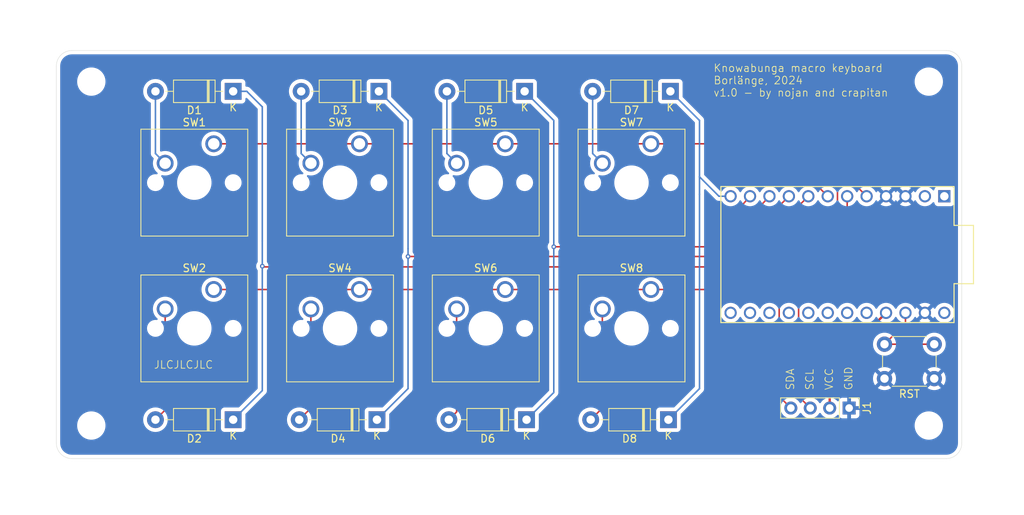
<source format=kicad_pcb>
(kicad_pcb (version 20240108) (generator "pcbnew") (generator_version "8.0")
  (layers (0 "F.Cu" signal) (31 "B.Cu" signal) (34 "B.Paste" user) (35 "F.Paste" user) (36 "B.SilkS" user "B.Silkscreen") (37 "F.SilkS" user "F.Silkscreen") (38 "B.Mask" user) (39 "F.Mask" user) (44 "Edge.Cuts" user))
  (net 0 "")
  (net 1 "Net-(D1-A)")
  (net 2 "R0")
  (net 3 "Net-(D2-A)")
  (net 4 "Net-(D3-A)")
  (net 5 "R1")
  (net 6 "Net-(D4-A)")
  (net 7 "R2")
  (net 8 "Net-(D5-A)")
  (net 9 "Net-(D6-A)")
  (net 10 "Net-(D7-A)")
  (net 11 "R3")
  (net 12 "Net-(D8-A)")
  (net 13 "C0")
  (net 14 "C1")
  (net 15 "GND")
  (net 27 "VCC")
  (net 28 "SCL")
  (net 29 "SDA")
  (net 30 "RST")
  (footprint "Button_Switch_Keyboard:SW_Cherry_MX_1.00u_PCB" (layer "F.Cu") (at 80.518 55.118)
    (property "Reference" "SW1" (at -2.54 -2.794 0) (layer "F.SilkS"))
    (property "Value" "SW_Push_45deg")
    (fp_line (start -9.525 -1.905) (end 4.445 -1.905) (stroke (width 0.12)) (layer "F.SilkS"))
    (fp_line (start -9.525 12.065) (end -9.525 -1.905) (stroke (width 0.12)) (layer "F.SilkS"))
    (fp_line (start 4.445 -1.905) (end 4.445 12.065) (stroke (width 0.12)) (layer "F.SilkS"))
    (fp_line (start 4.445 12.065) (end -9.525 12.065) (stroke (width 0.12)) (layer "F.SilkS"))
    (pad "" np_thru_hole circle (at -7.62 5.08) (size 1.7 1.7) (drill 1.7) (layers "*.Cu" "*.Mask"))
    (pad "" np_thru_hole circle (at -2.54 5.08) (size 4 4) (drill 4) (layers "*.Cu" "*.Mask"))
    (pad "" np_thru_hole circle (at 2.54 5.08) (size 1.7 1.7) (drill 1.7) (layers "*.Cu" "*.Mask"))
    (pad "1" thru_hole circle (at 0 0) (size 2.2 2.2) (drill 1.5) (layers "*.Cu" "*.Mask") (net 13 "C0"))
    (pad "2" thru_hole circle (at -6.35 2.54) (size 2.2 2.2) (drill 1.5) (layers "*.Cu" "*.Mask") (net 1 "Net-(D1-A)"))
  )
  (footprint "Diode_THT:D_DO-41_SOD81_P10.16mm_Horizontal" (layer "F.Cu") (at 121.158 48.26 180)
    (property "Reference" "D5" (at 5.08 -2.47 360) (layer "F.SilkS"))
    (property "Value" "1N4001")
    (fp_line (start 8.82 0) (end 7.8 0) (stroke (width 0.12)) (layer "F.SilkS"))
    (fp_line (start 7.8 1.47) (end 7.8 -1.47) (stroke (width 0.12)) (layer "F.SilkS"))
    (fp_line (start 7.8 -1.47) (end 2.36 -1.47) (stroke (width 0.12)) (layer "F.SilkS"))
    (fp_line (start 3.38 -1.47) (end 3.38 1.47) (stroke (width 0.12)) (layer "F.SilkS"))
    (fp_line (start 3.26 -1.47) (end 3.26 1.47) (stroke (width 0.12)) (layer "F.SilkS"))
    (fp_line (start 3.14 -1.47) (end 3.14 1.47) (stroke (width 0.12)) (layer "F.SilkS"))
    (fp_line (start 2.36 1.47) (end 7.8 1.47) (stroke (width 0.12)) (layer "F.SilkS"))
    (fp_line (start 2.36 -1.47) (end 2.36 1.47) (stroke (width 0.12)) (layer "F.SilkS"))
    (fp_line (start 1.34 0) (end 2.36 0) (stroke (width 0.12)) (layer "F.SilkS"))
    (fp_text user "K" (at 0 -2.1 360) (layer "F.SilkS"))
    (pad "1" thru_hole rect (at 0 0 180) (size 2.2 2.2) (drill 1.1) (layers "*.Cu" "*.Mask") (net 7 "R2"))
    (pad "2" thru_hole oval (at 10.16 0 180) (size 2.2 2.2) (drill 1.1) (layers "*.Cu" "*.Mask") (net 8 "Net-(D5-A)"))
  )
  (footprint "Diode_THT:D_DO-41_SOD81_P10.16mm_Horizontal" (layer "F.Cu") (at 83.058 48.26 180)
    (property "Reference" "D1" (at 5.08 -2.47 360) (layer "F.SilkS"))
    (property "Value" "1N4001")
    (fp_line (start 8.82 0) (end 7.8 0) (stroke (width 0.12)) (layer "F.SilkS"))
    (fp_line (start 7.8 1.47) (end 7.8 -1.47) (stroke (width 0.12)) (layer "F.SilkS"))
    (fp_line (start 7.8 -1.47) (end 2.36 -1.47) (stroke (width 0.12)) (layer "F.SilkS"))
    (fp_line (start 3.38 -1.47) (end 3.38 1.47) (stroke (width 0.12)) (layer "F.SilkS"))
    (fp_line (start 3.26 -1.47) (end 3.26 1.47) (stroke (width 0.12)) (layer "F.SilkS"))
    (fp_line (start 3.14 -1.47) (end 3.14 1.47) (stroke (width 0.12)) (layer "F.SilkS"))
    (fp_line (start 2.36 1.47) (end 7.8 1.47) (stroke (width 0.12)) (layer "F.SilkS"))
    (fp_line (start 2.36 -1.47) (end 2.36 1.47) (stroke (width 0.12)) (layer "F.SilkS"))
    (fp_line (start 1.34 0) (end 2.36 0) (stroke (width 0.12)) (layer "F.SilkS"))
    (fp_text user "K" (at 0 -2.1 360) (layer "F.SilkS"))
    (pad "1" thru_hole rect (at 0 0 180) (size 2.2 2.2) (drill 1.1) (layers "*.Cu" "*.Mask") (net 2 "R0"))
    (pad "2" thru_hole oval (at 10.16 0 180) (size 2.2 2.2) (drill 1.1) (layers "*.Cu" "*.Mask") (net 1 "Net-(D1-A)"))
  )
  (footprint "Diode_THT:D_DO-41_SOD81_P10.16mm_Horizontal" (layer "F.Cu") (at 140.208 48.26 180)
    (property "Reference" "D7" (at 5.08 -2.47 360) (layer "F.SilkS"))
    (property "Value" "1N4001")
    (fp_line (start 8.82 0) (end 7.8 0) (stroke (width 0.12)) (layer "F.SilkS"))
    (fp_line (start 7.8 1.47) (end 7.8 -1.47) (stroke (width 0.12)) (layer "F.SilkS"))
    (fp_line (start 7.8 -1.47) (end 2.36 -1.47) (stroke (width 0.12)) (layer "F.SilkS"))
    (fp_line (start 3.38 -1.47) (end 3.38 1.47) (stroke (width 0.12)) (layer "F.SilkS"))
    (fp_line (start 3.26 -1.47) (end 3.26 1.47) (stroke (width 0.12)) (layer "F.SilkS"))
    (fp_line (start 3.14 -1.47) (end 3.14 1.47) (stroke (width 0.12)) (layer "F.SilkS"))
    (fp_line (start 2.36 1.47) (end 7.8 1.47) (stroke (width 0.12)) (layer "F.SilkS"))
    (fp_line (start 2.36 -1.47) (end 2.36 1.47) (stroke (width 0.12)) (layer "F.SilkS"))
    (fp_line (start 1.34 0) (end 2.36 0) (stroke (width 0.12)) (layer "F.SilkS"))
    (fp_text user "K" (at 0 -2.1 360) (layer "F.SilkS"))
    (pad "1" thru_hole rect (at 0 0 180) (size 2.2 2.2) (drill 1.1) (layers "*.Cu" "*.Mask") (net 11 "R3"))
    (pad "2" thru_hole oval (at 10.16 0 180) (size 2.2 2.2) (drill 1.1) (layers "*.Cu" "*.Mask") (net 10 "Net-(D7-A)"))
  )
  (footprint "Button_Switch_Keyboard:SW_Cherry_MX_1.00u_PCB" (layer "F.Cu") (at 118.618 55.118)
    (property "Reference" "SW5" (at -2.54 -2.794 0) (layer "F.SilkS"))
    (property "Value" "SW_Push_45deg")
    (fp_line (start -9.525 -1.905) (end 4.445 -1.905) (stroke (width 0.12)) (layer "F.SilkS"))
    (fp_line (start -9.525 12.065) (end -9.525 -1.905) (stroke (width 0.12)) (layer "F.SilkS"))
    (fp_line (start 4.445 -1.905) (end 4.445 12.065) (stroke (width 0.12)) (layer "F.SilkS"))
    (fp_line (start 4.445 12.065) (end -9.525 12.065) (stroke (width 0.12)) (layer "F.SilkS"))
    (pad "" np_thru_hole circle (at -7.62 5.08) (size 1.7 1.7) (drill 1.7) (layers "*.Cu" "*.Mask"))
    (pad "" np_thru_hole circle (at -2.54 5.08) (size 4 4) (drill 4) (layers "*.Cu" "*.Mask"))
    (pad "" np_thru_hole circle (at 2.54 5.08) (size 1.7 1.7) (drill 1.7) (layers "*.Cu" "*.Mask"))
    (pad "1" thru_hole circle (at 0 0) (size 2.2 2.2) (drill 1.5) (layers "*.Cu" "*.Mask") (net 13 "C0"))
    (pad "2" thru_hole circle (at -6.35 2.54) (size 2.2 2.2) (drill 1.5) (layers "*.Cu" "*.Mask") (net 8 "Net-(D5-A)"))
  )
  (footprint "Diode_THT:D_DO-41_SOD81_P10.16mm_Horizontal" (layer "F.Cu") (at 101.854 91.186 180)
    (property "Reference" "D4" (at 5.08 -2.47 360) (layer "F.SilkS"))
    (property "Value" "1N4001")
    (fp_line (start 8.82 0) (end 7.8 0) (stroke (width 0.12)) (layer "F.SilkS"))
    (fp_line (start 7.8 1.47) (end 7.8 -1.47) (stroke (width 0.12)) (layer "F.SilkS"))
    (fp_line (start 7.8 -1.47) (end 2.36 -1.47) (stroke (width 0.12)) (layer "F.SilkS"))
    (fp_line (start 3.38 -1.47) (end 3.38 1.47) (stroke (width 0.12)) (layer "F.SilkS"))
    (fp_line (start 3.26 -1.47) (end 3.26 1.47) (stroke (width 0.12)) (layer "F.SilkS"))
    (fp_line (start 3.14 -1.47) (end 3.14 1.47) (stroke (width 0.12)) (layer "F.SilkS"))
    (fp_line (start 2.36 1.47) (end 7.8 1.47) (stroke (width 0.12)) (layer "F.SilkS"))
    (fp_line (start 2.36 -1.47) (end 2.36 1.47) (stroke (width 0.12)) (layer "F.SilkS"))
    (fp_line (start 1.34 0) (end 2.36 0) (stroke (width 0.12)) (layer "F.SilkS"))
    (fp_text user "K" (at 0 -2.1 360) (layer "F.SilkS"))
    (pad "1" thru_hole rect (at 0 0 180) (size 2.2 2.2) (drill 1.1) (layers "*.Cu" "*.Mask") (net 5 "R1"))
    (pad "2" thru_hole oval (at 10.16 0 180) (size 2.2 2.2) (drill 1.1) (layers "*.Cu" "*.Mask") (net 6 "Net-(D4-A)"))
  )
  (footprint "Button_Switch_Keyboard:SW_Cherry_MX_1.00u_PCB" (layer "F.Cu") (at 137.668 74.168)
    (property "Reference" "SW8" (at -2.54 -2.794 0) (layer "F.SilkS"))
    (property "Value" "SW_Push_45deg")
    (fp_line (start -9.525 -1.905) (end 4.445 -1.905) (stroke (width 0.12)) (layer "F.SilkS"))
    (fp_line (start -9.525 12.065) (end -9.525 -1.905) (stroke (width 0.12)) (layer "F.SilkS"))
    (fp_line (start 4.445 -1.905) (end 4.445 12.065) (stroke (width 0.12)) (layer "F.SilkS"))
    (fp_line (start 4.445 12.065) (end -9.525 12.065) (stroke (width 0.12)) (layer "F.SilkS"))
    (pad "" np_thru_hole circle (at -7.62 5.08) (size 1.7 1.7) (drill 1.7) (layers "*.Cu" "*.Mask"))
    (pad "" np_thru_hole circle (at -2.54 5.08) (size 4 4) (drill 4) (layers "*.Cu" "*.Mask"))
    (pad "" np_thru_hole circle (at 2.54 5.08) (size 1.7 1.7) (drill 1.7) (layers "*.Cu" "*.Mask"))
    (pad "1" thru_hole circle (at 0 0) (size 2.2 2.2) (drill 1.5) (layers "*.Cu" "*.Mask") (net 14 "C1"))
    (pad "2" thru_hole circle (at -6.35 2.54) (size 2.2 2.2) (drill 1.5) (layers "*.Cu" "*.Mask") (net 12 "Net-(D8-A)"))
  )
  (footprint "Button_Switch_Keyboard:SW_Cherry_MX_1.00u_PCB" (layer "F.Cu") (at 118.618 74.168)
    (property "Reference" "SW6" (at -2.54 -2.794 0) (layer "F.SilkS"))
    (property "Value" "SW_Push_45deg")
    (fp_line (start -9.525 -1.905) (end 4.445 -1.905) (stroke (width 0.12)) (layer "F.SilkS"))
    (fp_line (start -9.525 12.065) (end -9.525 -1.905) (stroke (width 0.12)) (layer "F.SilkS"))
    (fp_line (start 4.445 -1.905) (end 4.445 12.065) (stroke (width 0.12)) (layer "F.SilkS"))
    (fp_line (start 4.445 12.065) (end -9.525 12.065) (stroke (width 0.12)) (layer "F.SilkS"))
    (pad "" np_thru_hole circle (at -7.62 5.08) (size 1.7 1.7) (drill 1.7) (layers "*.Cu" "*.Mask"))
    (pad "" np_thru_hole circle (at -2.54 5.08) (size 4 4) (drill 4) (layers "*.Cu" "*.Mask"))
    (pad "" np_thru_hole circle (at 2.54 5.08) (size 1.7 1.7) (drill 1.7) (layers "*.Cu" "*.Mask"))
    (pad "1" thru_hole circle (at 0 0) (size 2.2 2.2) (drill 1.5) (layers "*.Cu" "*.Mask") (net 14 "C1"))
    (pad "2" thru_hole circle (at -6.35 2.54) (size 2.2 2.2) (drill 1.5) (layers "*.Cu" "*.Mask") (net 9 "Net-(D6-A)"))
  )
  (footprint "Button_Switch_Keyboard:SW_Cherry_MX_1.00u_PCB" (layer "F.Cu") (at 99.568 55.118)
    (property "Reference" "SW3" (at -2.54 -2.794 0) (layer "F.SilkS"))
    (property "Value" "SW_Push_45deg")
    (fp_line (start -9.525 -1.905) (end 4.445 -1.905) (stroke (width 0.12)) (layer "F.SilkS"))
    (fp_line (start -9.525 12.065) (end -9.525 -1.905) (stroke (width 0.12)) (layer "F.SilkS"))
    (fp_line (start 4.445 -1.905) (end 4.445 12.065) (stroke (width 0.12)) (layer "F.SilkS"))
    (fp_line (start 4.445 12.065) (end -9.525 12.065) (stroke (width 0.12)) (layer "F.SilkS"))
    (pad "" np_thru_hole circle (at -7.62 5.08) (size 1.7 1.7) (drill 1.7) (layers "*.Cu" "*.Mask"))
    (pad "" np_thru_hole circle (at -2.54 5.08) (size 4 4) (drill 4) (layers "*.Cu" "*.Mask"))
    (pad "" np_thru_hole circle (at 2.54 5.08) (size 1.7 1.7) (drill 1.7) (layers "*.Cu" "*.Mask"))
    (pad "1" thru_hole circle (at 0 0) (size 2.2 2.2) (drill 1.5) (layers "*.Cu" "*.Mask") (net 13 "C0"))
    (pad "2" thru_hole circle (at -6.35 2.54) (size 2.2 2.2) (drill 1.5) (layers "*.Cu" "*.Mask") (net 4 "Net-(D3-A)"))
  )
  (footprint "Connector_PinHeader_2.54mm:PinHeader_1x04_P2.54mm_Vertical" (layer "F.Cu") (at 163.576 89.662 -90)
    (property "Reference" "J1" (at 0 -2.33 90) (layer "F.SilkS"))
    (property "Value" "Conn_01x04_Pin")
    (fp_line (start -1.33 8.95) (end 1.33 8.95) (stroke (width 0.12)) (layer "F.SilkS"))
    (fp_line (start -1.33 1.27) (end -1.33 8.95) (stroke (width 0.12)) (layer "F.SilkS"))
    (fp_line (start -1.33 1.27) (end 1.33 1.27) (stroke (width 0.12)) (layer "F.SilkS"))
    (fp_line (start 1.33 1.27) (end 1.33 8.95) (stroke (width 0.12)) (layer "F.SilkS"))
    (fp_line (start -1.33 0) (end -1.33 -1.33) (stroke (width 0.12)) (layer "F.SilkS"))
    (fp_line (start -1.33 -1.33) (end 0 -1.33) (stroke (width 0.12)) (layer "F.SilkS"))
    (pad "1" thru_hole rect (at 0 0 270) (size 1.7 1.7) (drill 1) (layers "*.Cu" "*.Mask") (net 15 "GND"))
    (pad "2" thru_hole oval (at 0 2.54 270) (size 1.7 1.7) (drill 1) (layers "*.Cu" "*.Mask") (net 27 "VCC"))
    (pad "3" thru_hole oval (at 0 5.08 270) (size 1.7 1.7) (drill 1) (layers "*.Cu" "*.Mask") (net 28 "SCL"))
    (pad "4" thru_hole oval (at 0 7.62 270) (size 1.7 1.7) (drill 1) (layers "*.Cu" "*.Mask") (net 29 "SDA"))
  )
  (footprint "Diode_THT:D_DO-41_SOD81_P10.16mm_Horizontal" (layer "F.Cu") (at 102.108 48.26 180)
    (property "Reference" "D3" (at 5.08 -2.47 360) (layer "F.SilkS"))
    (property "Value" "1N4001")
    (fp_line (start 8.82 0) (end 7.8 0) (stroke (width 0.12)) (layer "F.SilkS"))
    (fp_line (start 7.8 1.47) (end 7.8 -1.47) (stroke (width 0.12)) (layer "F.SilkS"))
    (fp_line (start 7.8 -1.47) (end 2.36 -1.47) (stroke (width 0.12)) (layer "F.SilkS"))
    (fp_line (start 3.38 -1.47) (end 3.38 1.47) (stroke (width 0.12)) (layer "F.SilkS"))
    (fp_line (start 3.26 -1.47) (end 3.26 1.47) (stroke (width 0.12)) (layer "F.SilkS"))
    (fp_line (start 3.14 -1.47) (end 3.14 1.47) (stroke (width 0.12)) (layer "F.SilkS"))
    (fp_line (start 2.36 1.47) (end 7.8 1.47) (stroke (width 0.12)) (layer "F.SilkS"))
    (fp_line (start 2.36 -1.47) (end 2.36 1.47) (stroke (width 0.12)) (layer "F.SilkS"))
    (fp_line (start 1.34 0) (end 2.36 0) (stroke (width 0.12)) (layer "F.SilkS"))
    (fp_text user "K" (at 0 -2.1 360) (layer "F.SilkS"))
    (pad "1" thru_hole rect (at 0 0 180) (size 2.2 2.2) (drill 1.1) (layers "*.Cu" "*.Mask") (net 5 "R1"))
    (pad "2" thru_hole oval (at 10.16 0 180) (size 2.2 2.2) (drill 1.1) (layers "*.Cu" "*.Mask") (net 4 "Net-(D3-A)"))
  )
  (footprint "Button_Switch_THT:SW_PUSH_6mm" (layer "F.Cu") (at 174.7 85.816 180)
    (property "Reference" "RST" (at 3.25 -2 0) (layer "F.SilkS"))
    (property "Value" "SW_Push")
    (fp_line (start 6.75 3) (end 6.75 1.5) (stroke (width 0.12)) (layer "F.SilkS"))
    (fp_line (start 5.5 -1) (end 1 -1) (stroke (width 0.12)) (layer "F.SilkS"))
    (fp_line (start 1 5.5) (end 5.5 5.5) (stroke (width 0.12)) (layer "F.SilkS"))
    (fp_line (start -0.25 1.5) (end -0.25 3) (stroke (width 0.12)) (layer "F.SilkS"))
    (pad "1" thru_hole circle (at 0 0 270) (size 2 2) (drill 1.1) (layers "*.Cu" "*.Mask") (net 15 "GND"))
    (pad "1" thru_hole circle (at 6.5 0 270) (size 2 2) (drill 1.1) (layers "*.Cu" "*.Mask") (net 15 "GND"))
    (pad "2" thru_hole circle (at 0 4.5 270) (size 2 2) (drill 1.1) (layers "*.Cu" "*.Mask") (net 30 "RST"))
    (pad "2" thru_hole circle (at 6.5 4.5 270) (size 2 2) (drill 1.1) (layers "*.Cu" "*.Mask") (net 30 "RST"))
  )
  (footprint "Diode_THT:D_DO-41_SOD81_P10.16mm_Horizontal" (layer "F.Cu") (at 83.058 91.186 180)
    (property "Reference" "D2" (at 5.08 -2.47 360) (layer "F.SilkS"))
    (property "Value" "1N4001")
    (fp_line (start 8.82 0) (end 7.8 0) (stroke (width 0.12)) (layer "F.SilkS"))
    (fp_line (start 7.8 1.47) (end 7.8 -1.47) (stroke (width 0.12)) (layer "F.SilkS"))
    (fp_line (start 7.8 -1.47) (end 2.36 -1.47) (stroke (width 0.12)) (layer "F.SilkS"))
    (fp_line (start 3.38 -1.47) (end 3.38 1.47) (stroke (width 0.12)) (layer "F.SilkS"))
    (fp_line (start 3.26 -1.47) (end 3.26 1.47) (stroke (width 0.12)) (layer "F.SilkS"))
    (fp_line (start 3.14 -1.47) (end 3.14 1.47) (stroke (width 0.12)) (layer "F.SilkS"))
    (fp_line (start 2.36 1.47) (end 7.8 1.47) (stroke (width 0.12)) (layer "F.SilkS"))
    (fp_line (start 2.36 -1.47) (end 2.36 1.47) (stroke (width 0.12)) (layer "F.SilkS"))
    (fp_line (start 1.34 0) (end 2.36 0) (stroke (width 0.12)) (layer "F.SilkS"))
    (fp_text user "K" (at 0 -2.1 360) (layer "F.SilkS"))
    (pad "1" thru_hole rect (at 0 0 180) (size 2.2 2.2) (drill 1.1) (layers "*.Cu" "*.Mask") (net 2 "R0"))
    (pad "2" thru_hole oval (at 10.16 0 180) (size 2.2 2.2) (drill 1.1) (layers "*.Cu" "*.Mask") (net 3 "Net-(D2-A)"))
  )
  (footprint "Diode_THT:D_DO-41_SOD81_P10.16mm_Horizontal" (layer "F.Cu") (at 121.412 91.186 180)
    (property "Reference" "D6" (at 5.08 -2.47 360) (layer "F.SilkS"))
    (property "Value" "1N4001")
    (fp_line (start 8.82 0) (end 7.8 0) (stroke (width 0.12)) (layer "F.SilkS"))
    (fp_line (start 7.8 1.47) (end 7.8 -1.47) (stroke (width 0.12)) (layer "F.SilkS"))
    (fp_line (start 7.8 -1.47) (end 2.36 -1.47) (stroke (width 0.12)) (layer "F.SilkS"))
    (fp_line (start 3.38 -1.47) (end 3.38 1.47) (stroke (width 0.12)) (layer "F.SilkS"))
    (fp_line (start 3.26 -1.47) (end 3.26 1.47) (stroke (width 0.12)) (layer "F.SilkS"))
    (fp_line (start 3.14 -1.47) (end 3.14 1.47) (stroke (width 0.12)) (layer "F.SilkS"))
    (fp_line (start 2.36 1.47) (end 7.8 1.47) (stroke (width 0.12)) (layer "F.SilkS"))
    (fp_line (start 2.36 -1.47) (end 2.36 1.47) (stroke (width 0.12)) (layer "F.SilkS"))
    (fp_line (start 1.34 0) (end 2.36 0) (stroke (width 0.12)) (layer "F.SilkS"))
    (fp_text user "K" (at 0 -2.1 360) (layer "F.SilkS"))
    (pad "1" thru_hole rect (at 0 0 180) (size 2.2 2.2) (drill 1.1) (layers "*.Cu" "*.Mask") (net 7 "R2"))
    (pad "2" thru_hole oval (at 10.16 0 180) (size 2.2 2.2) (drill 1.1) (layers "*.Cu" "*.Mask") (net 9 "Net-(D6-A)"))
  )
  (footprint "Button_Switch_Keyboard:SW_Cherry_MX_1.00u_PCB" (layer "F.Cu") (at 99.568 74.168)
    (property "Reference" "SW4" (at -2.54 -2.794 0) (layer "F.SilkS"))
    (property "Value" "SW_Push_45deg")
    (fp_line (start -9.525 -1.905) (end 4.445 -1.905) (stroke (width 0.12)) (layer "F.SilkS"))
    (fp_line (start -9.525 12.065) (end -9.525 -1.905) (stroke (width 0.12)) (layer "F.SilkS"))
    (fp_line (start 4.445 -1.905) (end 4.445 12.065) (stroke (width 0.12)) (layer "F.SilkS"))
    (fp_line (start 4.445 12.065) (end -9.525 12.065) (stroke (width 0.12)) (layer "F.SilkS"))
    (pad "" np_thru_hole circle (at -7.62 5.08) (size 1.7 1.7) (drill 1.7) (layers "*.Cu" "*.Mask"))
    (pad "" np_thru_hole circle (at -2.54 5.08) (size 4 4) (drill 4) (layers "*.Cu" "*.Mask"))
    (pad "" np_thru_hole circle (at 2.54 5.08) (size 1.7 1.7) (drill 1.7) (layers "*.Cu" "*.Mask"))
    (pad "1" thru_hole circle (at 0 0) (size 2.2 2.2) (drill 1.5) (layers "*.Cu" "*.Mask") (net 14 "C1"))
    (pad "2" thru_hole circle (at -6.35 2.54) (size 2.2 2.2) (drill 1.5) (layers "*.Cu" "*.Mask") (net 6 "Net-(D4-A)"))
  )
  (footprint "Button_Switch_Keyboard:SW_Cherry_MX_1.00u_PCB" (layer "F.Cu") (at 137.668 55.118)
    (property "Reference" "SW7" (at -2.54 -2.794 0) (layer "F.SilkS"))
    (property "Value" "SW_Push_45deg")
    (fp_line (start -9.525 -1.905) (end 4.445 -1.905) (stroke (width 0.12)) (layer "F.SilkS"))
    (fp_line (start -9.525 12.065) (end -9.525 -1.905) (stroke (width 0.12)) (layer "F.SilkS"))
    (fp_line (start 4.445 -1.905) (end 4.445 12.065) (stroke (width 0.12)) (layer "F.SilkS"))
    (fp_line (start 4.445 12.065) (end -9.525 12.065) (stroke (width 0.12)) (layer "F.SilkS"))
    (pad "" np_thru_hole circle (at -7.62 5.08) (size 1.7 1.7) (drill 1.7) (layers "*.Cu" "*.Mask"))
    (pad "" np_thru_hole circle (at -2.54 5.08) (size 4 4) (drill 4) (layers "*.Cu" "*.Mask"))
    (pad "" np_thru_hole circle (at 2.54 5.08) (size 1.7 1.7) (drill 1.7) (layers "*.Cu" "*.Mask"))
    (pad "1" thru_hole circle (at 0 0) (size 2.2 2.2) (drill 1.5) (layers "*.Cu" "*.Mask") (net 13 "C0"))
    (pad "2" thru_hole circle (at -6.35 2.54) (size 2.2 2.2) (drill 1.5) (layers "*.Cu" "*.Mask") (net 10 "Net-(D7-A)"))
  )
  (footprint "Button_Switch_Keyboard:SW_Cherry_MX_1.00u_PCB" (layer "F.Cu") (at 80.518 74.168)
    (property "Reference" "SW2" (at -2.54 -2.794 0) (layer "F.SilkS"))
    (property "Value" "SW_Push_45deg")
    (fp_line (start -9.525 -1.905) (end 4.445 -1.905) (stroke (width 0.12)) (layer "F.SilkS"))
    (fp_line (start -9.525 12.065) (end -9.525 -1.905) (stroke (width 0.12)) (layer "F.SilkS"))
    (fp_line (start 4.445 -1.905) (end 4.445 12.065) (stroke (width 0.12)) (layer "F.SilkS"))
    (fp_line (start 4.445 12.065) (end -9.525 12.065) (stroke (width 0.12)) (layer "F.SilkS"))
    (pad "" np_thru_hole circle (at -7.62 5.08) (size 1.7 1.7) (drill 1.7) (layers "*.Cu" "*.Mask"))
    (pad "" np_thru_hole circle (at -2.54 5.08) (size 4 4) (drill 4) (layers "*.Cu" "*.Mask"))
    (pad "" np_thru_hole circle (at 2.54 5.08) (size 1.7 1.7) (drill 1.7) (layers "*.Cu" "*.Mask"))
    (pad "1" thru_hole circle (at 0 0) (size 2.2 2.2) (drill 1.5) (layers "*.Cu" "*.Mask") (net 14 "C1"))
    (pad "2" thru_hole circle (at -6.35 2.54) (size 2.2 2.2) (drill 1.5) (layers "*.Cu" "*.Mask") (net 3 "Net-(D2-A)"))
  )
  (footprint "promicro:ProMicro-EnforcedTop" (layer "F.Cu") (at 162.052 69.596 180)
    (property "Reference" "U1" (hide yes))
    (property "Value" "ProMicro")
    (fp_line (start 15.24 -8.89) (end 15.24 8.89) (stroke (width 0.15)) (layer "F.SilkS"))
    (fp_line (start -15.24 8.89) (end 15.24 8.89) (stroke (width 0.15)) (layer "F.SilkS"))
    (fp_line (start -15.24 8.89) (end -15.24 3.81) (stroke (width 0.15)) (layer "F.SilkS"))
    (fp_line (start -15.24 3.81) (end -17.78 3.81) (stroke (width 0.15)) (layer "F.SilkS"))
    (fp_line (start -15.24 -3.81) (end -15.24 -8.89) (stroke (width 0.15)) (layer "F.SilkS"))
    (fp_line (start -15.24 -8.89) (end 15.24 -8.89) (stroke (width 0.15)) (layer "F.SilkS"))
    (fp_line (start -17.78 3.81) (end -17.78 -3.81) (stroke (width 0.15)) (layer "F.SilkS"))
    (fp_line (start -17.78 -3.81) (end -15.24 -3.81) (stroke (width 0.15)) (layer "F.SilkS"))
    (pad "1" thru_hole rect (at -13.97 7.62 180) (size 1.6 1.6) (drill 1.1) (layers "*.Cu" "B.Mask"))
    (pad "2" thru_hole circle (at -11.43 7.62 180) (size 1.6 1.6) (drill 1.1) (layers "*.Cu" "B.Mask"))
    (pad "3" thru_hole circle (at -8.89 7.62 180) (size 1.6 1.6) (drill 1.1) (layers "*.Cu" "B.Mask") (net 15 "GND"))
    (pad "4" thru_hole circle (at -6.35 7.62 180) (size 1.6 1.6) (drill 1.1) (layers "*.Cu" "B.Mask") (net 15 "GND"))
    (pad "5" thru_hole circle (at -3.81 7.62 180) (size 1.6 1.6) (drill 1.1) (layers "*.Cu" "B.Mask") (net 29 "SDA"))
    (pad "6" thru_hole circle (at -1.27 7.62 180) (size 1.6 1.6) (drill 1.1) (layers "*.Cu" "B.Mask") (net 28 "SCL"))
    (pad "7" thru_hole circle (at 1.27 7.62 180) (size 1.6 1.6) (drill 1.1) (layers "*.Cu" "B.Mask") (net 13 "C0"))
    (pad "8" thru_hole circle (at 3.81 7.62 180) (size 1.6 1.6) (drill 1.1) (layers "*.Cu" "B.Mask") (net 14 "C1"))
    (pad "9" thru_hole circle (at 6.35 7.62 180) (size 1.6 1.6) (drill 1.1) (layers "*.Cu" "B.Mask") (net 2 "R0"))
    (pad "10" thru_hole circle (at 8.89 7.62 180) (size 1.6 1.6) (drill 1.1) (layers "*.Cu" "B.Mask") (net 5 "R1"))
    (pad "11" thru_hole circle (at 11.43 7.62 180) (size 1.6 1.6) (drill 1.1) (layers "*.Cu" "B.Mask") (net 7 "R2"))
    (pad "12" thru_hole circle (at 13.97 7.62 180) (size 1.6 1.6) (drill 1.1) (layers "*.Cu" "B.Mask") (net 11 "R3"))
    (pad "13" thru_hole circle (at 13.97 -7.62 180) (size 1.6 1.6) (drill 1.1) (layers "*.Cu" "B.Mask"))
    (pad "14" thru_hole circle (at 11.43 -7.62 180) (size 1.6 1.6) (drill 1.1) (layers "*.Cu" "B.Mask"))
    (pad "15" thru_hole circle (at 8.89 -7.62 180) (size 1.6 1.6) (drill 1.1) (layers "*.Cu" "B.Mask"))
    (pad "16" thru_hole circle (at 6.35 -7.62 180) (size 1.6 1.6) (drill 1.1) (layers "*.Cu" "B.Mask"))
    (pad "17" thru_hole circle (at 3.81 -7.62 180) (size 1.6 1.6) (drill 1.1) (layers "*.Cu" "B.Mask"))
    (pad "18" thru_hole circle (at 1.27 -7.62 180) (size 1.6 1.6) (drill 1.1) (layers "*.Cu" "B.Mask"))
    (pad "19" thru_hole circle (at -1.27 -7.62 180) (size 1.6 1.6) (drill 1.1) (layers "*.Cu" "B.Mask"))
    (pad "20" thru_hole circle (at -3.81 -7.62 180) (size 1.6 1.6) (drill 1.1) (layers "*.Cu" "B.Mask"))
    (pad "21" thru_hole circle (at -6.35 -7.62 180) (size 1.6 1.6) (drill 1.1) (layers "*.Cu" "B.Mask") (net 27 "VCC"))
    (pad "22" thru_hole circle (at -8.89 -7.62 180) (size 1.6 1.6) (drill 1.1) (layers "*.Cu" "B.Mask") (net 30 "RST"))
    (pad "23" thru_hole circle (at -11.43 -7.62 180) (size 1.6 1.6) (drill 1.1) (layers "*.Cu" "B.Mask") (net 15 "GND"))
    (pad "24" thru_hole circle (at -13.97 -7.62 180) (size 1.6 1.6) (drill 1.1) (layers "*.Cu" "B.Mask"))
  )
  (footprint "MountingHole:MountingHole_3.2mm_M3" (layer "F.Cu") (at 64.516 91.948)
    (property "Reference" "H3" (hide yes))
    (property "Value" "MountingHole")
    (pad "" np_thru_hole circle (at 0 0) (size 3.2 3.2) (drill 3.2) (layers "*.Cu" "*.Mask"))
  )
  (footprint "MountingHole:MountingHole_3.2mm_M3" (layer "F.Cu") (at 64.516 46.99)
    (property "Reference" "H4" (hide yes))
    (property "Value" "MountingHole")
    (pad "" np_thru_hole circle (at 0 0) (size 3.2 3.2) (drill 3.2) (layers "*.Cu" "*.Mask"))
  )
  (footprint "MountingHole:MountingHole_3.2mm_M3" (layer "F.Cu") (at 173.99 91.948)
    (property "Reference" "H1" (hide yes))
    (property "Value" "MountingHole")
    (pad "" np_thru_hole circle (at 0 0) (size 3.2 3.2) (drill 3.2) (layers "*.Cu" "*.Mask"))
  )
  (footprint "MountingHole:MountingHole_3.2mm_M3" (layer "F.Cu") (at 173.99 46.99)
    (property "Reference" "H2" (hide yes))
    (property "Value" "MountingHole")
    (pad "" np_thru_hole circle (at 0 0) (size 3.2 3.2) (drill 3.2) (layers "*.Cu" "*.Mask"))
  )
  (footprint "Diode_THT:D_DO-41_SOD81_P10.16mm_Horizontal" (layer "F.Cu") (at 139.954 91.186 180)
    (property "Reference" "D8" (at 5.08 -2.47 360) (layer "F.SilkS"))
    (property "Value" "1N4001")
    (fp_line (start 8.82 0) (end 7.8 0) (stroke (width 0.12)) (layer "F.SilkS"))
    (fp_line (start 7.8 1.47) (end 7.8 -1.47) (stroke (width 0.12)) (layer "F.SilkS"))
    (fp_line (start 7.8 -1.47) (end 2.36 -1.47) (stroke (width 0.12)) (layer "F.SilkS"))
    (fp_line (start 3.38 -1.47) (end 3.38 1.47) (stroke (width 0.12)) (layer "F.SilkS"))
    (fp_line (start 3.26 -1.47) (end 3.26 1.47) (stroke (width 0.12)) (layer "F.SilkS"))
    (fp_line (start 3.14 -1.47) (end 3.14 1.47) (stroke (width 0.12)) (layer "F.SilkS"))
    (fp_line (start 2.36 1.47) (end 7.8 1.47) (stroke (width 0.12)) (layer "F.SilkS"))
    (fp_line (start 2.36 -1.47) (end 2.36 1.47) (stroke (width 0.12)) (layer "F.SilkS"))
    (fp_line (start 1.34 0) (end 2.36 0) (stroke (width 0.12)) (layer "F.SilkS"))
    (fp_text user "K" (at 0 -2.1 360) (layer "F.SilkS"))
    (pad "1" thru_hole rect (at 0 0 180) (size 2.2 2.2) (drill 1.1) (layers "*.Cu" "*.Mask") (net 11 "R3"))
    (pad "2" thru_hole oval (at 10.16 0 180) (size 2.2 2.2) (drill 1.1) (layers "*.Cu" "*.Mask") (net 12 "Net-(D8-A)"))
  )
  (gr_line (start 61.976 42.926) (end 176.276 42.926) (stroke (width 0.05)) (layer "Edge.Cuts"))
  (gr_arc (start 61.976 96.266) (mid 60.539159 95.670841) (end 59.944 94.234) (stroke (width 0.05)) (layer "Edge.Cuts"))
  (gr_arc (start 59.944 44.958) (mid 60.539159 43.521159) (end 61.976 42.926) (stroke (width 0.05)) (layer "Edge.Cuts"))
  (gr_arc (start 176.276 42.926) (mid 177.712841 43.521159) (end 178.308 44.958) (stroke (width 0.05)) (layer "Edge.Cuts"))
  (gr_line (start 59.944 94.234) (end 59.944 44.958) (stroke (width 0.05)) (layer "Edge.Cuts"))
  (gr_arc (start 178.308 94.234) (mid 177.712841 95.670841) (end 176.276 96.266) (stroke (width 0.05)) (layer "Edge.Cuts"))
  (gr_line (start 178.308 44.958) (end 178.308 94.234) (stroke (width 0.05)) (layer "Edge.Cuts"))
  (gr_line (start 176.276 96.266) (end 61.976 96.266) (stroke (width 0.05)) (layer "Edge.Cuts"))
  (gr_text "SDA" (at 156.464 87.376 90) (layer "F.SilkS") (effects (font (size 1 1) (thickness 0.1)) (justify left bottom)))
  (gr_text "GND" (at 164.084 87.376 90) (layer "F.SilkS") (effects (font (size 1 1) (thickness 0.1)) (justify left bottom)))
  (gr_text "SCL" (at 159.004 87.376 90) (layer "F.SilkS") (effects (font (size 1 1) (thickness 0.1)) (justify left bottom)))
  (gr_text "JLCJLCJLC" (at 72.644 84.582 0) (layer "F.SilkS") (effects (font (size 1 1) (thickness 0.1)) (justify left bottom)))
  (gr_text "VCC" (at 161.544 87.376 90) (layer "F.SilkS") (effects (font (size 1 1) (thickness 0.1)) (justify left bottom)))
  (gr_text "Knowabunga macro keyboard\nBorlänge, 2024\nv1.0 - by nojan and crapitan" (at 145.796 49.022 0) (layer "F.SilkS") (effects (font (size 1 1) (thickness 0.1)) (justify left bottom)))
  (segment (start 72.898 56.388) (end 74.168 57.658) (width 0.2) (layer "B.Cu") (net 1))
  (segment (start 72.898 48.26) (end 72.898 56.388) (width 0.2) (layer "B.Cu") (net 1))
  (segment (start 146.466 71.212) (end 86.96 71.212) (width 0.2) (layer "F.Cu") (net 2))
  (segment (start 86.96 71.212) (end 86.868 71.12) (width 0.2) (layer "F.Cu") (net 2))
  (segment (start 155.702 61.976) (end 146.466 71.212) (width 0.2) (layer "F.Cu") (net 2))
  (via (at 86.868 71.12) (size 0.6) (drill 0.3) (layers "F.Cu" "B.Cu") (net 2))
  (segment (start 86.868 87.376) (end 83.058 91.186) (width 0.2) (layer "B.Cu") (net 2))
  (segment (start 86.868 67.818) (end 86.868 87.376) (width 0.2) (layer "B.Cu") (net 2))
  (segment (start 86.868 50.292) (end 86.868 67.818) (width 0.2) (layer "B.Cu") (net 2))
  (segment (start 83.058 48.26) (end 84.836 48.26) (width 0.2) (layer "B.Cu") (net 2))
  (segment (start 84.836 48.26) (end 86.868 50.292) (width 0.2) (layer "B.Cu") (net 2))
  (segment (start 72.898 91.186) (end 74.168 89.916) (width 0.2) (layer "F.Cu") (net 3))
  (segment (start 74.168 89.916) (end 74.168 76.708) (width 0.2) (layer "F.Cu") (net 3))
  (segment (start 91.948 48.26) (end 91.948 56.388) (width 0.2) (layer "B.Cu") (net 4))
  (segment (start 91.948 56.388) (end 93.218 57.658) (width 0.2) (layer "B.Cu") (net 4))
  (segment (start 145.796 69.85) (end 153.162 61.976) (width 0.2) (layer "F.Cu") (net 5))
  (segment (start 105.918 69.85) (end 145.796 69.85) (width 0.2) (layer "F.Cu") (net 5))
  (via (at 105.918 69.85) (size 0.6) (drill 0.3) (layers "F.Cu" "B.Cu") (net 5))
  (segment (start 102.108 48.26) (end 105.918 52.07) (width 0.2) (layer "B.Cu") (net 5))
  (segment (start 105.918 68.834) (end 105.918 87.122) (width 0.2) (layer "B.Cu") (net 5))
  (segment (start 105.918 87.122) (end 101.854 91.186) (width 0.2) (layer "B.Cu") (net 5))
  (segment (start 105.918 52.07) (end 105.918 68.834) (width 0.2) (layer "B.Cu") (net 5))
  (segment (start 93.218 89.662) (end 93.218 76.708) (width 0.2) (layer "F.Cu") (net 6))
  (segment (start 91.694 91.186) (end 93.218 89.662) (width 0.2) (layer "F.Cu") (net 6))
  (segment (start 144.78 68.58) (end 150.622 61.976) (width 0.2) (layer "F.Cu") (net 7))
  (segment (start 124.968 68.58) (end 144.78 68.58) (width 0.2) (layer "F.Cu") (net 7))
  (via (at 124.968 68.58) (size 0.6) (drill 0.3) (layers "F.Cu" "B.Cu") (net 7))
  (segment (start 124.968 70.612) (end 124.968 87.63) (width 0.2) (layer "B.Cu") (net 7))
  (segment (start 124.968 52.07) (end 124.968 70.612) (width 0.2) (layer "B.Cu") (net 7))
  (segment (start 121.158 48.26) (end 124.968 52.07) (width 0.2) (layer "B.Cu") (net 7))
  (segment (start 124.968 87.63) (end 121.412 91.186) (width 0.2) (layer "B.Cu") (net 7))
  (segment (start 110.998 56.388) (end 112.268 57.658) (width 0.2) (layer "B.Cu") (net 8))
  (segment (start 110.998 48.26) (end 110.998 56.388) (width 0.2) (layer "B.Cu") (net 8))
  (segment (start 112.268 90.17) (end 111.252 91.186) (width 0.2) (layer "F.Cu") (net 9))
  (segment (start 112.268 76.708) (end 112.268 90.17) (width 0.2) (layer "F.Cu") (net 9))
  (segment (start 130.048 56.388) (end 131.318 57.658) (width 0.2) (layer "B.Cu") (net 10))
  (segment (start 130.048 48.26) (end 130.048 56.388) (width 0.2) (layer "B.Cu") (net 10))
  (segment (start 148.082 61.976) (end 146.558 61.976) (width 0.2) (layer "B.Cu") (net 11))
  (segment (start 144.018 52.07) (end 144.018 59.436) (width 0.2) (layer "B.Cu") (net 11))
  (segment (start 144.018 59.436) (end 144.018 61.722) (width 0.2) (layer "B.Cu") (net 11))
  (segment (start 144.018 61.722) (end 144.018 87.122) (width 0.2) (layer "B.Cu") (net 11))
  (segment (start 140.208 48.26) (end 144.018 52.07) (width 0.2) (layer "B.Cu") (net 11))
  (segment (start 146.558 61.976) (end 144.018 59.436) (width 0.2) (layer "B.Cu") (net 11))
  (segment (start 144.018 87.122) (end 139.954 91.186) (width 0.2) (layer "B.Cu") (net 11))
  (segment (start 131.318 76.708) (end 131.318 89.662) (width 0.2) (layer "F.Cu") (net 12))
  (segment (start 131.318 89.662) (end 129.794 91.186) (width 0.2) (layer "F.Cu") (net 12))
  (segment (start 118.618 55.118) (end 137.668 55.118) (width 0.2) (layer "F.Cu") (net 13))
  (segment (start 153.924 55.118) (end 137.668 55.118) (width 0.2) (layer "F.Cu") (net 13))
  (segment (start 160.782 61.976) (end 153.924 55.118) (width 0.2) (layer "F.Cu") (net 13))
  (segment (start 99.568 55.118) (end 118.618 55.118) (width 0.2) (layer "F.Cu") (net 13))
  (segment (start 80.518 55.118) (end 99.568 55.118) (width 0.2) (layer "F.Cu") (net 13))
  (segment (start 99.568 74.168) (end 118.618 74.168) (width 0.2) (layer "F.Cu") (net 14))
  (segment (start 146.05 74.168) (end 158.242 61.976) (width 0.2) (layer "F.Cu") (net 14))
  (segment (start 80.518 74.168) (end 99.568 74.168) (width 0.2) (layer "F.Cu") (net 14))
  (segment (start 137.668 74.168) (end 146.05 74.168) (width 0.2) (layer "F.Cu") (net 14))
  (segment (start 137.668 74.168) (end 118.618 74.168) (width 0.2) (layer "F.Cu") (net 14))
  (segment (start 168.402 77.216) (end 161.036 84.582) (width 0.3) (layer "F.Cu") (net 27))
  (segment (start 161.036 84.582) (end 161.036 89.662) (width 0.3) (layer "F.Cu") (net 27))
  (segment (start 156.972 74.676) (end 156.972 88.138) (width 0.2) (layer "F.Cu") (net 28))
  (segment (start 163.322 68.326) (end 156.972 74.676) (width 0.2) (layer "F.Cu") (net 28))
  (segment (start 163.322 61.976) (end 163.322 68.326) (width 0.2) (layer "F.Cu") (net 28))
  (segment (start 156.972 88.138) (end 158.496 89.662) (width 0.2) (layer "F.Cu") (net 28))
  (segment (start 162.052 67.564) (end 154.432 75.184) (width 0.2) (layer "F.Cu") (net 29))
  (segment (start 162.814 60.198) (end 162.052 60.96) (width 0.2) (layer "F.Cu") (net 29))
  (segment (start 164.084 60.198) (end 162.814 60.198) (width 0.2) (layer "F.Cu") (net 29))
  (segment (start 154.432 75.184) (end 154.432 88.138) (width 0.2) (layer "F.Cu") (net 29))
  (segment (start 165.862 61.976) (end 164.084 60.198) (width 0.2) (layer "F.Cu") (net 29))
  (segment (start 162.052 60.96) (end 162.052 67.564) (width 0.2) (layer "F.Cu") (net 29))
  (segment (start 154.432 88.138) (end 155.956 89.662) (width 0.2) (layer "F.Cu") (net 29))
  (segment (start 170.942 77.216) (end 170.942 78.574) (width 0.2) (layer "F.Cu") (net 30))
  (segment (start 174.7 81.316) (end 168.2 81.316) (width 0.2) (layer "F.Cu") (net 30))
  (segment (start 170.942 78.574) (end 168.2 81.316) (width 0.2) (layer "F.Cu") (net 30))
  (zone (net 15) (net_name "GND") (layer "B.Cu") (connect_pads (clearance 0.5)) (min_thickness 0.25) (fill yes (thermal_gap 0.5) (thermal_bridge_width 0.5))
    (polygon (pts (xy 186.436 36.322) (xy 186.436 103.632) (xy 52.578 103.378) (xy 54.102 37.846) (xy 186.182 36.576)))
  )
)
</source>
